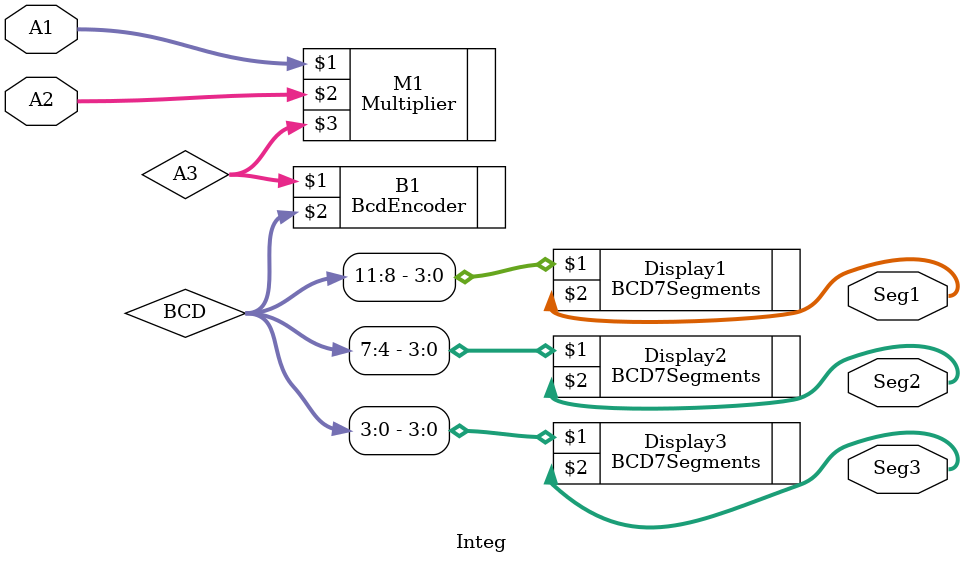
<source format=v>
`include"bcd.v"
`include"ssd.v"
`include"mult4x4.v"

module Integ(A1,A2,Seg1,Seg2,Seg3);

input wire [3:0] A1,A2;
wire [7:0] A3; //A3 = A1 * A2
wire [11:0] BCD;
//reg [7:0] A4;
output wire [6:0] Seg1,Seg2,Seg3;
Multiplier M1(A1,A2,A3);
//assign A4=A3;
BcdEncoder B1(A3,BCD);

BCD7Segments Display1(BCD[11:8],Seg1);
BCD7Segments Display2(BCD[7:4],Seg2);
BCD7Segments Display3(BCD[3:0],Seg3);

endmodule


</source>
